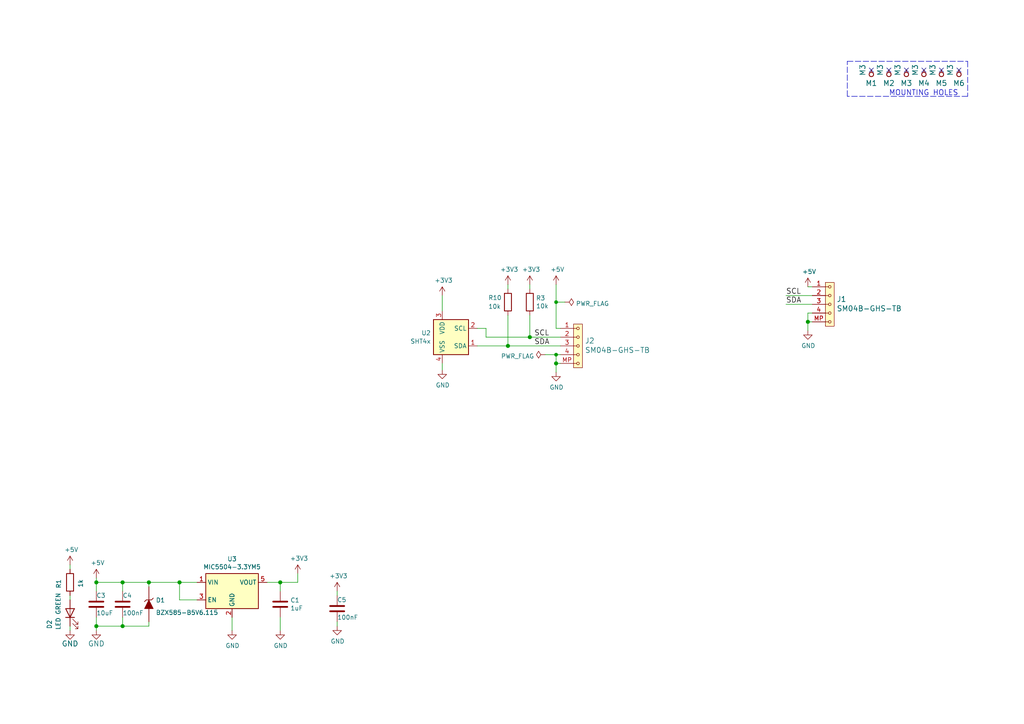
<source format=kicad_sch>
(kicad_sch (version 20231120) (generator "eeschema") (generator_version "8.0")
  (paper "A4")
  (title_block (title "TFHT02A") (date "2021-04-05") (company "ThunderFly s.r.o.") (comment 1 "UAV Humidity and Temperature \\n sensor \\n ") (comment 2 "kaklik  <info@thunderfly.cz>"))
  (lib_symbols
    (symbol "Device:C" (pin_numbers hide) (pin_names (offset 0.254))
      (property "Reference" "C" (at 0.635 2.54 0))
      (property "Value" "C" (at 0.635 -2.54 0))
      (symbol "C_0_1"
        (polyline (pts (xy -2.032 -0.762) (xy 2.032 -0.762)) (stroke (width 0.508)))
        (polyline (pts (xy -2.032 0.762) (xy 2.032 0.762)) (stroke (width 0.508)))
      )
      (symbol "C_1_1"
        (pin passive line (at 0 3.81 270) (length 2.794) (name "~") (number "1"))
        (pin passive line (at 0 -3.81 90) (length 2.794) (name "~") (number "2"))
      )
    )
    (symbol "Device:LED" (pin_numbers hide) (pin_names (offset 1.016) hide)
      (property "Reference" "D" (at 0 2.54 0))
      (property "Value" "LED" (at 0 -2.54 0))
      (symbol "LED_0_1"
        (polyline (pts (xy -1.27 -1.27) (xy -1.27 1.27)) (stroke (width 0.254)))
        (polyline (pts (xy -1.27 0) (xy 1.27 0)))
        (polyline (pts (xy 1.27 -1.27) (xy 1.27 1.27) (xy -1.27 0) (xy 1.27 -1.27)) (stroke (width 0.254)))
        (polyline (pts (xy -3.048 -0.762) (xy -4.572 -2.286) (xy -3.81 -2.286) (xy -4.572 -2.286) (xy -4.572 -1.524)))
        (polyline (pts (xy -1.778 -0.762) (xy -3.302 -2.286) (xy -2.54 -2.286) (xy -3.302 -2.286) (xy -3.302 -1.524)))
      )
      (symbol "LED_1_1"
        (pin passive line (at -3.81 0 0) (length 2.54) (name "K") (number "1"))
        (pin passive line (at 3.81 0 180) (length 2.54) (name "A") (number "2"))
      )
    )
    (symbol "Device:R" (pin_numbers hide) (pin_names (offset 0))
      (property "Reference" "R" (at 2.032 0 90))
      (property "Value" "R" (at 0 0 90))
      (symbol "R_0_1"
        (rectangle (start -1.016 -2.54) (end 1.016 2.54) (stroke (width 0.254)))
      )
      (symbol "R_1_1"
        (pin passive line (at 0 3.81 270) (length 1.27) (name "~") (number "1"))
        (pin passive line (at 0 -3.81 90) (length 1.27) (name "~") (number "2"))
      )
    )
    (symbol "MLAB_CONNECTORS_JST:SM04B-GHS-TB" (pin_names (offset 1.016))
      (property "Reference" "J" (at 0 -7.62 0))
      (property "Value" "SM04B-GHS-TB" (at 0 7.62 0))
      (symbol "SM04B-GHS-TB_0_1"
        (rectangle (start -1.27 6.35) (end 1.27 -6.35) (fill (type background)))
        (circle (center 0 -5.08) (radius 0.381))
        (circle (center 0 -2.54) (radius 0.381))
        (polyline (pts (xy -1.27 -5.08) (xy -0.381 -5.08)))
        (polyline (pts (xy -1.27 -2.54) (xy -0.381 -2.54)))
        (polyline (pts (xy -1.27 0) (xy -0.381 0)))
        (polyline (pts (xy -1.27 2.54) (xy -0.381 2.54)))
        (polyline (pts (xy -1.27 5.08) (xy -0.381 5.08)))
        (circle (center 0 0) (radius 0.381))
        (circle (center 0 2.54) (radius 0.381))
        (circle (center 0 5.08) (radius 0.381))
      )
      (symbol "SM04B-GHS-TB_1_1"
        (pin input line (at -5.08 5.08 0) (length 3.81) (name "~") (number "1"))
        (pin input line (at -5.08 2.54 0) (length 3.81) (name "~") (number "2"))
        (pin input line (at -5.08 0 0) (length 3.81) (name "~") (number "3"))
        (pin input line (at -5.08 -2.54 0) (length 3.81) (name "~") (number "4"))
        (pin input line (at -5.08 -5.08 0) (length 3.81) (name "~") (number "MP"))
      )
    )
    (symbol "MLAB_D:D_ZENER" (pin_numbers hide) (pin_names (offset 1.016) hide)
      (property "Reference" "D" (at 0 2.54 0))
      (property "Value" "D_ZENER" (at 0 -2.54 0))
      (symbol "D_ZENER_0_1"
        (polyline (pts (xy -1.778 1.27) (xy -1.27 0.762) (xy -1.27 -0.762) (xy -0.762 -1.27) (xy -0.762 -1.27)) (stroke (width 0.2032)))
        (polyline (pts (xy -1.27 0) (xy 1.27 1.27) (xy 1.27 -1.27) (xy -1.27 0) (xy -1.27 0)) (fill (type outline)))
      )
      (symbol "D_ZENER_1_1"
        (pin passive line (at -5.08 0 0) (length 3.81) (name "K") (number "1"))
        (pin passive line (at 5.08 0 180) (length 3.81) (name "A") (number "2"))
      )
    )
    (symbol "MLAB_MECHANICAL:HOLE" (pin_numbers hide) (pin_names (offset 1.016) hide)
      (property "Reference" "M" (at 0 2.54 0))
      (property "Value" "HOLE" (at 0 -2.54 0))
      (symbol "HOLE_0_1"
        (circle (center 0 0) (radius 0.635) (stroke (width 0.254)))
      )
      (symbol "HOLE_1_1"
        (pin input line (at 1.27 0 180) (length 0.635) (name "~") (number "1"))
      )
    )
    (symbol "Regulator_Linear:MIC5504-3.3YM5"
      (property "Reference" "U" (at -7.62 8.89 0))
      (property "Value" "MIC5504-3.3YM5" (at -7.62 6.35 0))
      (symbol "MIC5504-3.3YM5_0_1"
        (rectangle (start -7.62 -5.08) (end 7.62 5.08) (stroke (width 0.254)) (fill (type background)))
      )
      (symbol "MIC5504-3.3YM5_1_1"
        (pin power_in line (at -10.16 2.54 0) (length 2.54) (name "VIN") (number "1"))
        (pin power_in line (at 0 -7.62 90) (length 2.54) (name "GND") (number "2"))
        (pin input line (at -10.16 -2.54 0) (length 2.54) (name "EN") (number "3"))
        (pin no_connect line (at 7.62 -2.54 180) (length 2.54) hide (name "NC") (number "4"))
        (pin power_out line (at 10.16 2.54 180) (length 2.54) (name "VOUT") (number "5"))
      )
    )
    (symbol "Sensor_Humidity:SHT4x"
      (property "Reference" "U" (at 0 8.89 0))
      (property "Value" "SHT4x" (at 0 6.35 0))
      (symbol "SHT4x_1_1"
        (rectangle (start -5.08 5.08) (end 5.08 -5.08) (stroke (width 0.254)) (fill (type background)))
        (pin bidirectional line (at -7.62 -2.54 0) (length 2.54) (name "SDA") (number "1"))
        (pin input line (at -7.62 2.54 0) (length 2.54) (name "SCL") (number "2"))
        (pin power_in line (at 2.54 7.62 270) (length 2.54) (name "VDD") (number "3"))
        (pin power_in line (at 2.54 -7.62 90) (length 2.54) (name "VSS") (number "4"))
      )
    )
    (symbol "power:+3V3" (power) (pin_names (offset 0))
      (property "Value" "+3V3" (at 0 3.556 0))
      (symbol "+3V3_0_1"
        (polyline (pts (xy -0.762 1.27) (xy 0 2.54)))
        (polyline (pts (xy 0 0) (xy 0 2.54)))
        (polyline (pts (xy 0 2.54) (xy 0.762 1.27)))
      )
      (symbol "+3V3_1_1"
        (pin power_in line (at 0 0 90) (length 0) hide (name "+3V3") (number "1"))
      )
    )
    (symbol "power:+5V" (power) (pin_names (offset 0))
      (property "Value" "+5V" (at 0 3.556 0))
      (symbol "+5V_0_1"
        (polyline (pts (xy -0.762 1.27) (xy 0 2.54)))
        (polyline (pts (xy 0 0) (xy 0 2.54)))
        (polyline (pts (xy 0 2.54) (xy 0.762 1.27)))
      )
      (symbol "+5V_1_1"
        (pin power_in line (at 0 0 90) (length 0) hide (name "+5V") (number "1"))
      )
    )
    (symbol "power:GND" (power) (pin_names (offset 0))
      (property "Value" "GND" (at 0 -3.81 0))
      (symbol "GND_0_1"
        (polyline (pts (xy 0 0) (xy 0 -1.27) (xy 1.27 -1.27) (xy 0 -2.54) (xy -1.27 -1.27) (xy 0 -1.27)))
      )
      (symbol "GND_1_1"
        (pin power_in line (at 0 0 270) (length 0) hide (name "GND") (number "1"))
      )
    )
    (symbol "power:PWR_FLAG" (power) (pin_numbers hide) (pin_names (offset 0) hide)
      (property "Value" "PWR_FLAG" (at 0 3.81 0))
      (symbol "PWR_FLAG_0_0"
        (pin power_out line (at 0 0 90) (length 0) (name "pwr") (number "1"))
      )
      (symbol "PWR_FLAG_0_1"
        (polyline (pts (xy 0 0) (xy 0 1.27) (xy -1.016 1.905) (xy 0 2.54) (xy 1.016 1.905) (xy 0 1.27)))
      )
    )
  )
  (junction (at 43.18 168.91) (diameter 1.016))
  (junction (at 27.94 168.91) (diameter 1.016))
  (junction (at 161.29 105.41) (diameter 1.016))
  (junction (at 161.29 102.87))
  (junction (at 234.315 93.345) (diameter 1.016))
  (junction (at 52.07 168.91) (diameter 1.016))
  (junction (at 27.94 181.61) (diameter 1.016))
  (junction (at 81.28 168.91) (diameter 1.016))
  (junction (at 153.67 97.79) (diameter 1.016))
  (junction (at 35.56 168.91) (diameter 1.016))
  (junction (at 161.29 87.63))
  (junction (at 147.32 100.33) (diameter 1.016))
  (junction (at 35.56 181.61) (diameter 1.016))
  (no_connect (at 252.73 20.32))
  (no_connect (at 257.81 20.32))
  (no_connect (at 262.89 20.32))
  (no_connect (at 267.97 20.32))
  (no_connect (at 273.05 20.32))
  (no_connect (at 278.13 20.32))
  (wire (pts (xy 162.56 105.41) (xy 161.29 105.41)))
  (polyline (pts (xy 245.745 17.78) (xy 280.67 17.78)) (stroke (width 0) (type dash)))
  (wire (pts (xy 161.29 95.25) (xy 162.56 95.25)))
  (wire (pts (xy 153.67 91.44) (xy 153.67 97.79)))
  (wire (pts (xy 27.94 181.61) (xy 27.94 182.88)))
  (wire (pts (xy 35.56 168.91) (xy 43.18 168.91)))
  (wire (pts (xy 52.07 173.99) (xy 52.07 168.91)))
  (wire (pts (xy 20.32 181.61) (xy 20.32 182.88)))
  (wire (pts (xy 161.29 82.55) (xy 161.29 87.63)))
  (wire (pts (xy 67.31 179.07) (xy 67.31 182.88)))
  (wire (pts (xy 27.94 179.07) (xy 27.94 181.61)))
  (wire (pts (xy 35.56 181.61) (xy 43.18 181.61)))
  (wire (pts (xy 138.43 100.33) (xy 147.32 100.33)))
  (wire (pts (xy 153.67 97.79) (xy 162.56 97.79)))
  (wire (pts (xy 57.15 173.99) (xy 52.07 173.99)))
  (wire (pts (xy 128.27 85.725) (xy 128.27 90.17)))
  (wire (pts (xy 161.29 87.63) (xy 161.29 95.25)))
  (wire (pts (xy 140.97 95.25) (xy 140.97 97.79)))
  (wire (pts (xy 227.965 88.265) (xy 235.585 88.265)))
  (wire (pts (xy 27.94 167.64) (xy 27.94 168.91)))
  (wire (pts (xy 27.94 171.45) (xy 27.94 168.91)))
  (wire (pts (xy 27.94 181.61) (xy 35.56 181.61)))
  (wire (pts (xy 147.32 82.55) (xy 147.32 83.82)))
  (wire (pts (xy 128.27 105.41) (xy 128.27 107.315)))
  (wire (pts (xy 153.67 82.55) (xy 153.67 83.82)))
  (wire (pts (xy 35.56 171.45) (xy 35.56 168.91)))
  (wire (pts (xy 235.585 93.345) (xy 234.315 93.345)))
  (wire (pts (xy 235.585 90.805) (xy 234.315 90.805)))
  (wire (pts (xy 140.97 97.79) (xy 153.67 97.79)))
  (wire (pts (xy 43.18 180.34) (xy 43.18 181.61)))
  (wire (pts (xy 20.32 163.83) (xy 20.32 165.1)))
  (polyline (pts (xy 280.67 27.94) (xy 245.745 27.94)) (stroke (width 0) (type dash)))
  (wire (pts (xy 43.18 168.91) (xy 52.07 168.91)))
  (wire (pts (xy 147.32 100.33) (xy 162.56 100.33)))
  (wire (pts (xy 81.28 179.07) (xy 81.28 182.88)))
  (wire (pts (xy 161.29 102.87) (xy 161.29 105.41)))
  (wire (pts (xy 161.29 87.63) (xy 163.83 87.63)))
  (wire (pts (xy 158.115 102.87) (xy 161.29 102.87)))
  (wire (pts (xy 234.315 90.805) (xy 234.315 93.345)))
  (wire (pts (xy 147.32 91.44) (xy 147.32 100.33)))
  (wire (pts (xy 86.36 168.91) (xy 86.36 166.37)))
  (wire (pts (xy 57.15 168.91) (xy 52.07 168.91)))
  (polyline (pts (xy 280.67 17.78) (xy 280.67 27.94)) (stroke (width 0) (type dash)))
  (wire (pts (xy 20.32 172.72) (xy 20.32 173.99)))
  (wire (pts (xy 97.79 171.45) (xy 97.79 172.72)))
  (wire (pts (xy 161.29 105.41) (xy 161.29 107.95)))
  (wire (pts (xy 35.56 179.07) (xy 35.56 181.61)))
  (wire (pts (xy 234.315 83.185) (xy 235.585 83.185)))
  (wire (pts (xy 234.315 93.345) (xy 234.315 95.885)))
  (wire (pts (xy 162.56 102.87) (xy 161.29 102.87)))
  (wire (pts (xy 138.43 95.25) (xy 140.97 95.25)))
  (wire (pts (xy 77.47 168.91) (xy 81.28 168.91)))
  (wire (pts (xy 81.28 168.91) (xy 81.28 171.45)))
  (wire (pts (xy 27.94 168.91) (xy 35.56 168.91)))
  (polyline (pts (xy 245.745 27.94) (xy 245.745 17.78)) (stroke (width 0) (type dash)))
  (wire (pts (xy 81.28 168.91) (xy 86.36 168.91)))
  (wire (pts (xy 227.965 85.725) (xy 235.585 85.725)))
  (wire (pts (xy 43.18 170.18) (xy 43.18 168.91)))
  (wire (pts (xy 97.79 180.34) (xy 97.79 181.61)))
  (text "MOUNTING HOLES" (at 257.81 27.94 0) (effects (font (size 1.524 1.524)) (justify left bottom)))
  (label "SCL" (at 154.94 97.79 0) (effects (font (size 1.524 1.524))))
  (label "SDA" (at 154.94 100.33 0) (effects (font (size 1.524 1.524))))
  (label "SDA" (at 227.965 88.265 0) (effects (font (size 1.524 1.524))))
  (label "SCL" (at 227.965 85.725 0) (effects (font (size 1.524 1.524))))
  (symbol (lib_id "power:GND") (at 27.94 182.88 0) (unit 1)
    (property "Reference" "#PWR012" (effects (hide yes)))
    (property "Value" "GND" (at 27.94 186.69 0) (effects (font (size 1.524 1.524))))
  )
  (symbol (lib_id "Device:C") (at 35.56 175.26 0) (unit 1)
    (property "Reference" "C4" (at 35.56 172.72 0) (effects (justify left)))
    (property "Value" "100nF" (at 35.56 177.8 0) (effects (justify left)))
    (property "Footprint" "Capacitor_SMD:C_0603_1608Metric" (effects (hide yes)))
    (property "UST_ID" "5c70984812875079b91f8bf2" (effects (hide yes)))
  )
  (symbol (lib_id "power:GND") (at 161.29 107.95 0) (unit 1)
    (property "Reference" "#PWR09" (effects (hide yes)))
    (property "Value" "GND" (at 161.417 112.3442 0))
  )
  (symbol (lib_id "Device:R") (at 153.67 87.63 0) (unit 1)
    (property "Reference" "R3" (at 155.448 86.4616 0) (effects (justify left)))
    (property "Value" "10k" (at 155.448 88.773 0) (effects (justify left)))
    (property "Footprint" "Resistor_SMD:R_0603_1608Metric" (effects (hide yes)))
    (property "UST_ID" "5c70984512875079b91f8962" (effects (hide yes)))
  )
  (symbol (lib_id "Device:R") (at 147.32 87.63 0) (unit 1)
    (property "Reference" "R10" (at 141.605 86.36 0) (effects (justify left)))
    (property "Value" "10k" (at 141.605 88.9 0) (effects (justify left)))
    (property "Footprint" "Resistor_SMD:R_0603_1608Metric" (effects (hide yes)))
    (property "UST_ID" "5c70984512875079b91f8962" (effects (hide yes)))
  )
  (symbol (lib_id "Device:C") (at 27.94 175.26 0) (unit 1)
    (property "Reference" "C3" (at 27.94 172.72 0) (effects (justify left)))
    (property "Value" "10uF" (at 27.94 177.8 0) (effects (justify left)))
    (property "Footprint" "Capacitor_SMD:C_0805_2012Metric" (effects (hide yes)))
    (property "UST_ID" "5c70984812875079b91f8bbd" (effects (hide yes)))
  )
  (symbol (lib_id "MLAB_D:D_ZENER") (at 43.18 175.26 270) (unit 1)
    (property "Reference" "D1" (at 45.1866 174.0916 90) (effects (justify left)))
    (property "Value" "BZX585-B5V6.115" (at 45.187 177.673 90) (effects (justify left)))
    (property "Footprint" "Diode_SMD:D_SOD-523" (effects (hide yes)))
    (property "UST_ID" "60879d38128750769ee58e48" (effects (hide yes)))
  )
  (symbol (lib_id "power:+5V") (at 27.94 167.64 0) (unit 1)
    (property "Reference" "#PWR0105" (effects (hide yes)))
    (property "Value" "+5V" (at 28.321 163.2458 0))
  )
  (symbol (lib_id "power:+3V3") (at 153.67 82.55 0) (unit 1)
    (property "Reference" "#PWR0108" (effects (hide yes)))
    (property "Value" "+3V3" (at 154.051 78.1558 0))
  )
  (symbol (lib_id "power:+5V") (at 161.29 82.55 0) (unit 1)
    (property "Reference" "#PWR0109" (effects (hide yes)))
    (property "Value" "+5V" (at 161.671 78.1558 0))
  )
  (symbol (lib_id "Regulator_Linear:MIC5504-3.3YM5") (at 67.31 171.45 0) (unit 1)
    (property "Reference" "U3" (at 67.31 162.1282 0))
    (property "Value" "MIC5504-3.3YM5" (at 67.31 164.4396 0))
    (property "Footprint" "Package_TO_SOT_SMD:SOT-23-5" (effects (hide yes)))
    (property "Datasheet" "http://ww1.microchip.com/downloads/en/DeviceDoc/MIC550X.pdf" (effects (hide yes)))
    (property "UST_ID" "5c7255e81287500b4e112ea2" (effects (hide yes)))
  )
  (symbol (lib_id "power:+3V3") (at 86.36 166.37 0) (unit 1)
    (property "Reference" "#PWR0112" (effects (hide yes)))
    (property "Value" "+3V3" (at 86.741 161.9758 0))
  )
  (symbol (lib_id "power:GND") (at 67.31 182.88 0) (unit 1)
    (property "Reference" "#PWR0113" (effects (hide yes)))
    (property "Value" "GND" (at 67.437 187.2742 0))
  )
  (symbol (lib_id "Device:C") (at 97.79 176.53 0) (unit 1)
    (property "Reference" "C5" (at 97.79 173.99 0) (effects (justify left)))
    (property "Value" "100nF" (at 97.79 179.07 0) (effects (justify left)))
    (property "Footprint" "Capacitor_SMD:C_0603_1608Metric" (effects (hide yes)))
    (property "UST_ID" "5c70984812875079b91f8bf2" (effects (hide yes)))
  )
  (symbol (lib_id "power:+3V3") (at 97.79 171.45 0) (unit 1)
    (property "Reference" "#PWR0117" (effects (hide yes)))
    (property "Value" "+3V3" (at 98.171 167.0558 0))
  )
  (symbol (lib_id "power:GND") (at 97.79 181.61 0) (unit 1)
    (property "Reference" "#PWR0118" (effects (hide yes)))
    (property "Value" "GND" (at 97.917 186.0042 0))
  )
  (symbol (lib_id "MLAB_CONNECTORS_JST:SM04B-GHS-TB") (at 167.64 100.33 0) (unit 1)
    (property "Reference" "J2" (at 169.6212 98.8314 0) (effects (font (size 1.524 1.524)) (justify left)))
    (property "Value" "SM04B-GHS-TB" (at 169.6212 101.5492 0) (effects (font (size 1.524 1.524)) (justify left)))
    (property "Footprint" "Connector_JST:JST_GH_SM04B-GHS-TB_1x04-1MP_P1.25mm_Horizontal" (effects (hide yes)))
    (property "UST_ID" "5c86273d1287500b4e0280be" (effects (hide yes)))
  )
  (symbol (lib_id "Device:C") (at 81.28 175.26 0) (unit 1)
    (property "Reference" "C1" (at 84.201 174.0916 0) (effects (justify left)))
    (property "Value" "1uF" (at 84.201 176.403 0) (effects (justify left)))
    (property "Footprint" "Capacitor_SMD:C_0603_1608Metric" (effects (hide yes)))
    (property "UST_ID" "5c70984812875079b91f8bc2" (effects (hide yes)))
  )
  (symbol (lib_id "power:GND") (at 81.28 182.88 0) (unit 1)
    (property "Reference" "#PWR0114" (effects (hide yes)))
    (property "Value" "GND" (at 81.407 187.2742 0))
  )
  (symbol (lib_id "power:+3V3") (at 147.32 82.55 0) (unit 1)
    (property "Reference" "#PWR0107" (effects (hide yes)))
    (property "Value" "+3V3" (at 147.701 78.1558 0))
  )
  (symbol (lib_id "MLAB_MECHANICAL:HOLE") (at 267.97 21.59 90) (unit 1) (in_bom no)
    (property "Reference" "M4" (at 267.97 24.13 90) (effects (font (size 1.524 1.524))))
    (property "Value" "M3" (at 265.43 20.32 0) (effects (font (size 1.524 1.524))))
    (property "Footprint" "Mlab_Mechanical:dira_3mm" (effects (hide yes)))
  )
  (symbol (lib_id "MLAB_MECHANICAL:HOLE") (at 252.73 21.59 90) (unit 1) (in_bom no)
    (property "Reference" "M1" (at 252.73 24.13 90) (effects (font (size 1.524 1.524))))
    (property "Value" "M3" (at 250.19 20.32 0) (effects (font (size 1.524 1.524))))
    (property "Footprint" "Mlab_Mechanical:dira_3mm" (effects (hide yes)))
  )
  (symbol (lib_id "power:GND") (at 128.27 107.315 0) (unit 1)
    (property "Reference" "#PWR0103" (effects (hide yes)))
    (property "Value" "GND" (at 128.397 111.7092 0))
  )
  (symbol (lib_id "power:+3V3") (at 128.27 85.725 0) (unit 1)
    (property "Reference" "#PWR0106" (effects (hide yes)))
    (property "Value" "+3V3" (at 128.651 81.3308 0))
  )
  (symbol (lib_id "power:GND") (at 20.32 182.88 0) (unit 1)
    (property "Reference" "#PWR0101" (effects (hide yes)))
    (property "Value" "GND" (at 20.32 186.69 0) (effects (font (size 1.524 1.524))))
  )
  (symbol (lib_id "power:GND") (at 234.315 95.885 0) (unit 1)
    (property "Reference" "#PWR0104" (effects (hide yes)))
    (property "Value" "GND" (at 234.442 100.2792 0))
  )
  (symbol (lib_id "Device:R") (at 20.32 168.91 0) (unit 1)
    (property "Reference" "R1" (at 17.0181 170.6891 90) (effects (justify left)))
    (property "Value" "1k" (at 23.3681 170.4478 90) (effects (justify left)))
    (property "Footprint" "Resistor_SMD:R_0603_1608Metric" (effects (hide yes)))
    (property "UST_ID" "5c70984512875079b91f8957" (effects (hide yes)))
  )
  (symbol (lib_id "MLAB_MECHANICAL:HOLE") (at 257.81 21.59 90) (unit 1) (in_bom no)
    (property "Reference" "M2" (at 257.81 24.13 90) (effects (font (size 1.524 1.524))))
    (property "Value" "M3" (at 255.27 20.32 0) (effects (font (size 1.524 1.524))))
    (property "Footprint" "Mlab_Mechanical:dira_3mm" (effects (hide yes)))
  )
  (symbol (lib_id "power:+5V") (at 20.32 163.83 0) (unit 1)
    (property "Reference" "#PWR0102" (effects (hide yes)))
    (property "Value" "+5V" (at 20.701 159.4358 0))
  )
  (symbol (lib_id "Device:LED") (at 20.32 177.8 90) (unit 1)
    (property "Reference" "D2" (at 14.3511 179.7696 0) (effects (justify right)))
    (property "Value" "LED GREEN" (at 16.8911 171.9083 0) (effects (justify right)))
    (property "Footprint" "Mlab_D:LED_1206_mill" (effects (hide yes)))
    (property "UST_ID" "5c70984412875079b91f8895" (effects (hide yes)))
  )
  (symbol (lib_id "MLAB_MECHANICAL:HOLE") (at 278.13 21.59 90) (unit 1) (in_bom no)
    (property "Reference" "M6" (at 278.13 24.13 90) (effects (font (size 1.524 1.524))))
    (property "Value" "M3" (at 275.59 20.32 0) (effects (font (size 1.524 1.524))))
    (property "Footprint" "Mlab_Mechanical:dira_3mm" (effects (hide yes)))
  )
  (symbol (lib_id "power:PWR_FLAG") (at 158.115 102.87 90) (unit 1)
    (property "Reference" "#FLG0102" (effects (hide yes)))
    (property "Value" "PWR_FLAG" (at 154.9401 103.3038 90) (effects (justify left)))
  )
  (symbol (lib_id "power:+5V") (at 234.315 83.185 0) (unit 1)
    (property "Reference" "#PWR0115" (effects (hide yes)))
    (property "Value" "+5V" (at 234.696 78.7908 0))
  )
  (symbol (lib_id "MLAB_CONNECTORS_JST:SM04B-GHS-TB") (at 240.665 88.265 0) (unit 1)
    (property "Reference" "J1" (at 242.6462 86.7664 0) (effects (font (size 1.524 1.524)) (justify left)))
    (property "Value" "SM04B-GHS-TB" (at 242.6462 89.4842 0) (effects (font (size 1.524 1.524)) (justify left)))
    (property "Footprint" "Connector_JST:JST_GH_SM04B-GHS-TB_1x04-1MP_P1.25mm_Horizontal" (effects (hide yes)))
    (property "UST_ID" "5c86273d1287500b4e0280be" (effects (hide yes)))
  )
  (symbol (lib_id "MLAB_MECHANICAL:HOLE") (at 273.05 21.59 90) (unit 1) (in_bom no)
    (property "Reference" "M5" (at 273.05 24.13 90) (effects (font (size 1.524 1.524))))
    (property "Value" "M3" (at 270.51 20.32 0) (effects (font (size 1.524 1.524))))
    (property "Footprint" "Mlab_Mechanical:dira_3mm" (effects (hide yes)))
  )
  (symbol (lib_id "power:PWR_FLAG") (at 163.83 87.63 270) (unit 1)
    (property "Reference" "#FLG0101" (effects (hide yes)))
    (property "Value" "PWR_FLAG" (at 167.005 88.0638 90) (effects (justify left)))
  )
  (symbol (lib_id "Sensor_Humidity:SHT4x") (at 130.81 97.79 0) (mirror y) (unit 1)
    (property "Reference" "U2" (at 124.968 96.5778 0) (effects (justify left)))
    (property "Value" "SHT4x" (at 124.968 99.0021 0) (effects (justify left)))
    (property "Footprint" "Sensor_Humidity:Sensirion_DFN-4_1.5x1.5mm_P0.8mm_SHT4x_NoCentralPad" (effects (hide yes)))
    (property "Datasheet" "https://www.tme.eu/Document/c90a92e7875700dbf5278abff1cc96dc/SHT4x.pdf" (effects (hide yes)))
    (property "Description" "Digital Humidity and Temperature Sensor, +/-1%RH, +/-0.1degC, I2C, 1.08-3.6V, 16bit, DFN-4" (effects (hide yes)))
    (property "UST_ID" "65227831462c6d9e720559a1" (effects (hide yes)))
  )
  (symbol (lib_id "MLAB_MECHANICAL:HOLE") (at 262.89 21.59 90) (unit 1) (in_bom no)
    (property "Reference" "M3" (at 262.89 24.13 90) (effects (font (size 1.524 1.524))))
    (property "Value" "M3" (at 260.35 20.32 0) (effects (font (size 1.524 1.524))))
    (property "Footprint" "Mlab_Mechanical:dira_3mm" (effects (hide yes)))
  )
)
</source>
